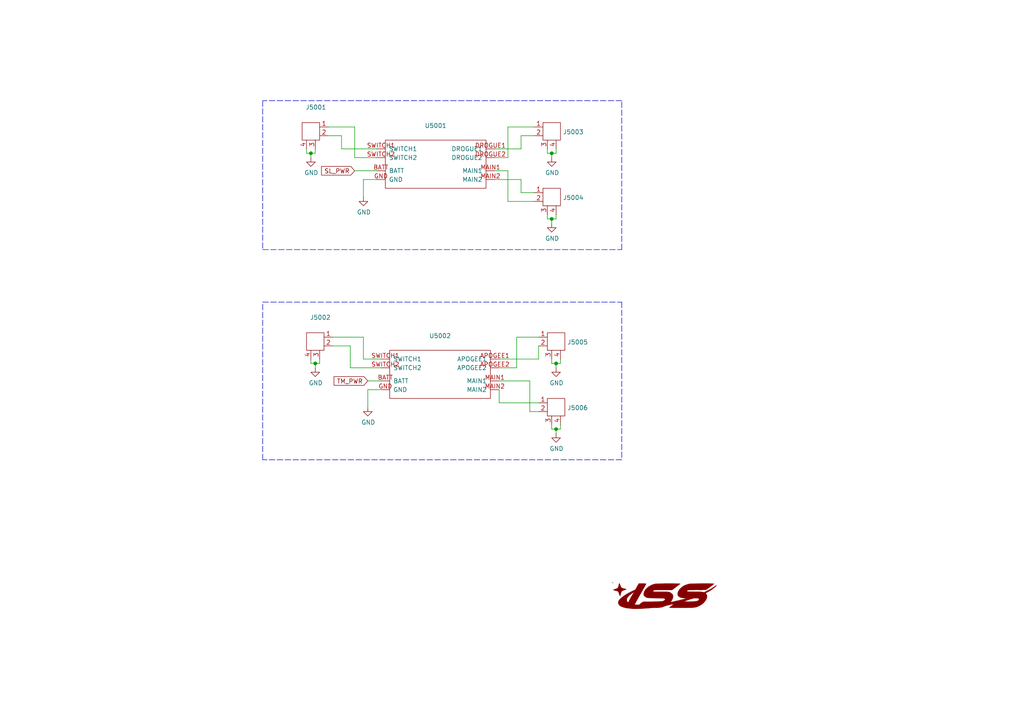
<source format=kicad_sch>
(kicad_sch (version 20211123) (generator eeschema)
  (paper "A4")
  (title_block (title "TARS-MK1") (company "ILLINOIS SPACE SOCIETY"))
  (lib_symbols
    (symbol "505575-0271:505575-0271" (pin_names (offset 1.016))
      (property "Reference" "J" (at 0 3.81 0))
      (property "Value" "505575-0271" (at 0 1.27 0))
      (symbol "505575-0271_0_1"
        (rectangle (start -2.54 0) (end 2.54 -5.08))
      )
      (symbol "505575-0271_1_1"
        (pin input line (at -5.08 -1.27 0) (length 2.54) (name "~") (number "1"))
        (pin input line (at -5.08 -3.81 0) (length 2.54) (name "~") (number "2"))
        (pin input line (at -1.27 -7.62 90) (length 2.54) (name "~") (number "3"))
        (pin input line (at 1.27 -7.62 90) (length 2.54) (name "~") (number "4"))
      )
    )
    (symbol "ISS_LOGO:LOGO" (pin_names (offset 1.016))
      (symbol "LOGO_0_0"
        (polyline (pts (xy -15.2654 3.6322) (xy -15.2654 3.8354) (xy -15.2908 3.8608) (xy -15.3162 3.7338) (xy -15.3162 3.6068) (xy -15.2654 3.6322)) (stroke (width 0.0254)) (fill (type outline)))
        (polyline (pts (xy -13.081 0.2032) (xy -12.954 0.6096) (xy -12.8778 0.9144) (xy -12.7762 1.1176) (xy -12.6746 1.27) (xy -12.5476 1.3462) (xy -12.3698 1.4224) (xy -12.1158 1.524) (xy -11.7348 1.651) (xy -11.5316 1.7272) (xy -11.43 1.7526) (xy -11.43 1.778) (xy -11.5062 1.8542) (xy -11.684 1.9304) (xy -11.938 1.9812) (xy -12.2174 2.0574) (xy -12.5222 2.1082) (xy -12.7254 2.2098) (xy -12.8778 2.3368) (xy -12.9794 2.54) (xy -13.081 2.8448) (xy -13.1318 2.921) (xy -13.2334 3.2258) (xy -13.3858 3.5306) (xy -13.4112 3.5052) (xy -13.4874 3.3782) (xy -13.5382 3.1496) (xy -13.6906 2.54) (xy -13.7668 2.3114) (xy -13.8684 2.1844) (xy -13.9954 2.0828) (xy -14.1986 2.0066) (xy -14.478 1.905) (xy -14.605 1.8542) (xy -14.8844 1.7526) (xy -15.0876 1.651) (xy -15.1638 1.6002) (xy -15.1384 1.6002) (xy -15.0114 1.5494) (xy -14.7828 1.4732) (xy -14.4526 1.397) (xy -13.7668 1.2192) (xy -13.5636 0.762) (xy -13.4874 0.5588) (xy -13.3858 0.2794) (xy -13.2842 0.0508) (xy -13.1826 -0.2032) (xy -13.081 0.2032)) (stroke (width 0.0254)) (fill (type outline)))
        (polyline (pts (xy -8.0264 -3.8354) (xy -7.3152 -3.81) (xy -6.5786 -3.7846) (xy -5.8166 -3.7338) (xy -5.1054 -3.683) (xy -4.826 -3.6576) (xy -4.2418 -3.6068) (xy -3.6322 -3.5814) (xy -3.0988 -3.556) (xy -2.3368 -3.556) (xy -1.5494 -3.4798) (xy -0.889 -3.3528) (xy -0.3556 -3.1242) (xy -0.1778 -3.0734) (xy 0.127 -2.9718) (xy 0.508 -2.8702) (xy 0.9398 -2.7686) (xy 0.9906 -2.7432) (xy 1.5494 -2.6162) (xy 2.1844 -2.4892) (xy 2.3114 -2.4892) (xy 2.3114 -2.54) (xy 2.2352 -2.6162) (xy 2.0574 -2.7686) (xy 1.778 -2.9464) (xy 1.5748 -3.1242) (xy 1.3208 -3.3274) (xy 1.1684 -3.4544) (xy 1.1176 -3.5306) (xy 1.6256 -3.5306) (xy 2.0574 -3.556) (xy 6.2738 -3.556) (xy 6.9342 -3.5306) (xy 7.4676 -3.5306) (xy 7.9248 -3.5052) (xy 8.2804 -3.4798) (xy 8.5852 -3.429) (xy 8.8392 -3.3782) (xy 9.0678 -3.302) (xy 9.3218 -3.2258) (xy 9.5504 -3.0988) (xy 9.8298 -2.9718) (xy 10.0076 -2.8956) (xy 10.5664 -2.54) (xy 11.049 -2.1336) (xy 11.43 -1.6764) (xy 11.7602 -1.2192) (xy 11.938 -0.762) (xy 12.0396 -0.3302) (xy 11.9888 0.0762) (xy 11.811 0.4064) (xy 11.5824 0.6858) (xy 12.1158 0.9398) (xy 12.2682 1.016) (xy 13.0556 1.4732) (xy 13.7414 1.9558) (xy 14.3256 2.4384) (xy 14.605 2.7178) (xy 14.7574 2.8956) (xy 14.8082 2.9718) (xy 14.7828 2.9718) (xy 14.6558 2.8956) (xy 14.4272 2.7686) (xy 14.1478 2.5654) (xy 14.097 2.5146) (xy 13.7414 2.286) (xy 13.3096 2.0066) (xy 12.827 1.7272) (xy 12.3444 1.4986) (xy 11.2014 0.9144) (xy 10.7188 1.016) (xy 10.6172 1.016) (xy 10.3378 1.0414) (xy 9.906 1.0668) (xy 9.398 1.0922) (xy 8.2296 1.0922) (xy 7.8994 1.1176) (xy 6.9088 1.1176) (xy 6.5532 1.143) (xy 6.3246 1.143) (xy 6.223 1.1684) (xy 6.223 1.27) (xy 6.2992 1.4224) (xy 6.3754 1.4986) (xy 6.4516 1.5494) (xy 6.5532 1.5748) (xy 6.7056 1.5748) (xy 6.9596 1.6002) (xy 8.3312 1.6002) (xy 9.0678 1.6256) (xy 9.7536 1.6002) (xy 10.3378 1.6002) (xy 10.8204 1.6256) (xy 11.2014 1.6256) (xy 11.4808 1.651) (xy 11.7348 1.7018) (xy 11.938 1.778) (xy 12.1158 1.905) (xy 12.319 2.032) (xy 12.573 2.2352) (xy 13.081 2.6162) (xy 13.4112 2.8702) (xy 13.6652 3.048) (xy 13.8176 3.175) (xy 13.843 3.2004) (xy 13.9954 3.3274) (xy 14.0462 3.4036) (xy 14.0462 3.429) (xy 13.8938 3.429) (xy 13.6144 3.4544) (xy 13.208 3.4544) (xy 12.7254 3.4798) (xy 10.16 3.4798) (xy 9.4996 3.4544) (xy 8.8646 3.4544) (xy 8.255 3.429) (xy 7.747 3.429) (xy 7.3152 3.4036) (xy 6.985 3.3782) (xy 6.8072 3.3528) (xy 5.9944 3.1242) (xy 5.207 2.7686) (xy 4.572 2.3114) (xy 4.0386 1.778) (xy 3.683 1.1684) (xy 3.5306 0.762) (xy 3.4798 0.381) (xy 3.556 0.0762) (xy 3.7338 -0.1778) (xy 4.0132 -0.4064) (xy 4.3688 -0.5842) (xy 4.826 -0.6858) (xy 5.461 -0.762) (xy 6.2992 -0.8128) (xy 5.588 -0.9906) (xy 5.4102 -1.0414) (xy 5.08 -1.1176) (xy 4.6482 -1.2192) (xy 4.1656 -1.3462) (xy 3.6576 -1.4732) (xy 3.1496 -1.5748) (xy 2.6416 -1.7018) (xy 2.54 -1.7272) (xy 5.334 -1.7272) (xy 5.3594 -1.6764) (xy 5.461 -1.651) (xy 6.0706 -1.4478) (xy 6.7056 -1.2446) (xy 7.1882 -1.0668) (xy 7.5946 -0.9652) (xy 7.9248 -0.8636) (xy 8.1534 -0.8128) (xy 8.382 -0.7874) (xy 8.5598 -0.762) (xy 9.0678 -0.762) (xy 9.4488 -0.8128) (xy 9.652 -0.9398) (xy 9.7282 -1.0922) (xy 9.7028 -1.1938) (xy 9.5504 -1.397) (xy 9.2456 -1.5748) (xy 8.89 -1.6764) (xy 8.8646 -1.6764) (xy 8.6614 -1.7018) (xy 8.3058 -1.7272) (xy 7.8486 -1.7526) (xy 7.3406 -1.7526) (xy 6.7818 -1.778) (xy 6.223 -1.7526) (xy 5.5372 -1.7526) (xy 5.3848 -1.7272) (xy 5.334 -1.7272) (xy 2.54 -1.7272) (xy 2.2098 -1.8034) (xy 1.8542 -1.8796) (xy 1.6256 -1.9304) (xy 1.4986 -1.9304) (xy 1.4986 -1.905) (xy 1.6002 -1.7272) (xy 1.7272 -1.524) (xy 1.9304 -1.1684) (xy 2.1336 -0.6604) (xy 2.1844 -0.2032) (xy 2.0828 0.2286) (xy 1.8034 0.5588) (xy 1.397 0.8382) (xy 1.3208 0.889) (xy 1.0668 0.9906) (xy 0.9144 1.016) (xy 0.6858 1.0414) (xy 0.4064 1.0668) (xy -0.4826 1.0668) (xy -1.143 1.0922) (xy -3.048 1.0922) (xy -3.3274 1.1176) (xy -3.4544 1.1176) (xy -3.6068 1.143) (xy -3.6322 1.27) (xy -3.5052 1.4478) (xy -3.4544 1.4986) (xy -3.3782 1.524) (xy -3.2766 1.5494) (xy -3.0988 1.5748) (xy -2.8702 1.6002) (xy 1.8796 1.6002) (xy 2.54 2.0828) (xy 2.6162 2.159) (xy 3.3782 2.7178) (xy 3.7084 2.9718) (xy 3.7592 2.9972) (xy 3.9878 3.2004) (xy 4.1656 3.3274) (xy 4.2164 3.4036) (xy 4.2164 3.429) (xy 4.0894 3.429) (xy 3.81 3.4544) (xy 2.8956 3.4544) (xy 2.286 3.4798) (xy -0.1016 3.4798) (xy -0.889 3.4544) (xy -1.5494 3.4544) (xy -2.0828 3.429) (xy -2.54 3.4036) (xy -2.921 3.3782) (xy -3.2512 3.302) (xy -3.5052 3.2512) (xy -3.7846 3.1496) (xy -4.0386 3.048) (xy -4.3434 2.8956) (xy -4.9784 2.5146) (xy -5.4864 2.0828) (xy -5.9182 1.6002) (xy -6.1976 1.0922) (xy -6.3246 0.5588) (xy -6.3246 0.2794) (xy -6.2484 -0.0254) (xy -6.0198 -0.2794) (xy -5.6388 -0.5334) (xy -5.5626 -0.5588) (xy -5.3086 -0.6604) (xy -5.1308 -0.6858) (xy -4.8768 -0.7112) (xy -4.5466 -0.7112) (xy -4.1148 -0.7366) (xy -3.5306 -0.7366) (xy -2.8194 -0.762) (xy -2.159 -0.762) (xy -1.5748 -0.7874) (xy -1.1176 -0.7874) (xy -0.762 -0.8128) (xy -0.5334 -0.8382) (xy -0.381 -0.8636) (xy -0.2794 -0.889) (xy -0.2032 -0.9398) (xy -0.1778 -0.9652) (xy -0.127 -1.0922) (xy -0.1778 -1.2446) (xy -0.381 -1.4478) (xy -0.5842 -1.5748) (xy -0.6604 -1.6002) (xy -0.762 -1.651) (xy -0.9144 -1.6764) (xy -1.143 -1.7018) (xy -1.4224 -1.7272) (xy -1.8034 -1.7272) (xy -2.3114 -1.7526) (xy -2.9464 -1.7526) (xy -3.7338 -1.778) (xy -6.5532 -1.8288) (xy -7.1374 -2.2606) (xy -7.7216 -2.7178) (xy -8.3058 -2.6924) (xy -8.6106 -2.667) (xy -8.8392 -2.6416) (xy -8.9408 -2.6162) (xy -8.9408 -2.5908) (xy -8.9154 -2.5146) (xy -8.8646 -2.413) (xy -8.763 -2.2352) (xy -8.636 -1.9812) (xy -8.4582 -1.651) (xy -8.2296 -1.2446) (xy -7.9248 -0.7112) (xy -7.5946 -0.1016) (xy -7.1628 0.635) (xy -6.6802 1.4986) (xy -6.096 2.5146) (xy -5.9182 2.8448) (xy -5.7658 3.1242) (xy -5.6896 3.3274) (xy -5.6642 3.429) (xy -5.7658 3.4544) (xy -5.9944 3.4544) (xy -6.3246 3.4798) (xy -7.747 3.4798) (xy -8.255 2.5908) (xy -8.763 1.6764) (xy -9.9568 1.1176) (xy -10.541 0.8128) (xy -11.3284 0.381) (xy -12.0142 -0.0762) (xy -12.6238 -0.508) (xy -13.081 -0.9144) (xy -13.3858 -1.2446) (xy -11.2522 -1.2446) (xy -11.2268 -1.016) (xy -11.0998 -0.635) (xy -10.795 -0.254) (xy -10.3632 0.1524) (xy -9.779 0.5842) (xy -9.6266 0.6858) (xy -9.3726 0.8636) (xy -9.2202 0.9144) (xy -9.1694 0.9144) (xy -9.3218 0.6604) (xy -9.4742 0.4318) (xy -9.6774 0.1016) (xy -9.8806 -0.254) (xy -10.0584 -0.5588) (xy -10.2616 -0.9652) (xy -10.4648 -1.3208) (xy -10.5918 -1.6002) (xy -10.8458 -2.032) (xy -11.1252 -1.7526) (xy -11.2268 -1.524) (xy -11.2522 -1.2446) (xy -13.3858 -1.2446) (xy -13.4366 -1.2954) (xy -13.6398 -1.651) (xy -13.6906 -1.778) (xy -13.716 -2.2098) (xy -13.589 -2.5654) (xy -13.3096 -2.8956) (xy -12.8778 -3.175) (xy -12.2682 -3.4036) (xy -11.5062 -3.6068) (xy -10.5664 -3.7338) (xy -9.4742 -3.8354) (xy -9.144 -3.8608) (xy -8.636 -3.8608) (xy -8.0264 -3.8354)) (stroke (width 0.0254)) (fill (type outline)))
      )
    )
    (symbol "StratoLoggerCF:StratoLoggerCF" (pin_names (offset 1.016))
      (property "Reference" "U" (at -11.43 1.27 0))
      (property "Value" "StratoLoggerCF" (at 7.62 1.27 0))
      (symbol "StratoLoggerCF_0_1"
        (rectangle (start -13.97 0) (end 15.24 -13.97))
      )
      (symbol "StratoLoggerCF_1_1"
        (pin input line (at -16.51 -8.89 0) (length 2.54) (name "BATT") (number "BATT"))
        (pin input line (at 17.78 -2.54 180) (length 2.54) (name "DROGUE1") (number "DROGUE1"))
        (pin input line (at 17.78 -5.08 180) (length 2.54) (name "DROGUE2") (number "DROGUE2"))
        (pin input line (at -16.51 -11.43 0) (length 2.54) (name "GND") (number "GND"))
        (pin input line (at 17.78 -8.89 180) (length 2.54) (name "MAIN1") (number "MAIN1"))
        (pin input line (at 17.78 -11.43 180) (length 2.54) (name "MAIN2") (number "MAIN2"))
        (pin input line (at -16.51 -2.54 0) (length 2.54) (name "SWITCH1") (number "SWITCH1"))
        (pin input line (at -16.51 -5.08 0) (length 2.54) (name "SWITCH2") (number "SWITCH2"))
      )
    )
    (symbol "Telemetrum:Telemetrum" (pin_names (offset 1.016))
      (property "Reference" "U" (at -11.43 1.27 0))
      (property "Value" "Telemetrum" (at 7.62 1.27 0))
      (symbol "Telemetrum_1_1"
        (rectangle (start -13.97 0) (end 15.24 -13.97))
        (pin input line (at 17.78 -2.54 180) (length 2.54) (name "APOGEE1") (number "APOGEE1"))
        (pin input line (at 17.78 -5.08 180) (length 2.54) (name "APOGEE2") (number "APOGEE2"))
        (pin input line (at -16.51 -8.89 0) (length 2.54) (name "BATT") (number "BATT"))
        (pin input line (at -16.51 -11.43 0) (length 2.54) (name "GND") (number "GND"))
        (pin input line (at 17.78 -8.89 180) (length 2.54) (name "MAIN1") (number "MAIN1"))
        (pin input line (at 17.78 -11.43 180) (length 2.54) (name "MAIN2") (number "MAIN2"))
        (pin input line (at -16.51 -2.54 0) (length 2.54) (name "SWITCH1") (number "SWITCH1"))
        (pin input line (at -16.51 -5.08 0) (length 2.54) (name "SWITCH2") (number "SWITCH2"))
      )
    )
    (symbol "power:GND" (power) (pin_names (offset 0))
      (property "Value" "GND" (at 0 -3.81 0))
      (symbol "GND_0_1"
        (polyline (pts (xy 0 0) (xy 0 -1.27) (xy 1.27 -1.27) (xy 0 -2.54) (xy -1.27 -1.27) (xy 0 -1.27)))
      )
      (symbol "GND_1_1"
        (pin power_in line (at 0 0 270) (length 0) hide (name "GND") (number "1"))
      )
    )
  )
  (junction (at 161.29 124.46))
  (junction (at 160.02 44.45))
  (junction (at 160.02 63.5))
  (junction (at 91.44 105.41))
  (junction (at 161.29 105.41))
  (junction (at 90.17 44.45))
  (wire (pts (xy 160.02 63.5) (xy 160.02 64.77)))
  (wire (pts (xy 160.02 44.45) (xy 160.02 45.72)))
  (wire (pts (xy 158.75 44.45) (xy 160.02 44.45)))
  (wire (pts (xy 105.41 52.07) (xy 105.41 57.15)))
  (polyline (pts (xy 180.34 133.35) (xy 76.2 133.35)))
  (wire (pts (xy 147.32 36.83) (xy 147.32 45.72)))
  (wire (pts (xy 161.29 124.46) (xy 161.29 125.73)))
  (wire (pts (xy 147.32 49.53) (xy 147.32 58.42)))
  (wire (pts (xy 143.51 43.18) (xy 151.13 43.18)))
  (wire (pts (xy 160.02 105.41) (xy 161.29 105.41)))
  (wire (pts (xy 102.87 36.83) (xy 95.25 36.83)))
  (wire (pts (xy 153.67 110.49) (xy 153.67 119.38)))
  (wire (pts (xy 158.75 43.18) (xy 158.75 44.45)))
  (wire (pts (xy 154.94 36.83) (xy 147.32 36.83)))
  (wire (pts (xy 96.52 100.33) (xy 101.6 100.33)))
  (wire (pts (xy 160.02 124.46) (xy 161.29 124.46)))
  (wire (pts (xy 161.29 105.41) (xy 161.29 106.68)))
  (wire (pts (xy 109.22 52.07) (xy 105.41 52.07)))
  (wire (pts (xy 149.86 106.68) (xy 144.78 106.68)))
  (wire (pts (xy 110.49 113.03) (xy 106.68 113.03)))
  (wire (pts (xy 153.67 119.38) (xy 156.21 119.38)))
  (wire (pts (xy 147.32 45.72) (xy 143.51 45.72)))
  (wire (pts (xy 162.56 105.41) (xy 162.56 104.14)))
  (wire (pts (xy 161.29 105.41) (xy 162.56 105.41)))
  (wire (pts (xy 105.41 97.79) (xy 96.52 97.79)))
  (wire (pts (xy 144.78 113.03) (xy 144.78 116.84)))
  (wire (pts (xy 160.02 44.45) (xy 161.29 44.45)))
  (wire (pts (xy 162.56 124.46) (xy 162.56 123.19)))
  (wire (pts (xy 101.6 100.33) (xy 101.6 106.68)))
  (wire (pts (xy 160.02 123.19) (xy 160.02 124.46)))
  (wire (pts (xy 106.68 113.03) (xy 106.68 118.11)))
  (wire (pts (xy 91.44 106.68) (xy 91.44 105.41)))
  (polyline (pts (xy 76.2 87.63) (xy 180.34 87.63)))
  (wire (pts (xy 88.9 43.18) (xy 88.9 44.45)))
  (wire (pts (xy 144.78 116.84) (xy 156.21 116.84)))
  (wire (pts (xy 160.02 104.14) (xy 160.02 105.41)))
  (wire (pts (xy 102.87 49.53) (xy 109.22 49.53)))
  (wire (pts (xy 144.78 110.49) (xy 153.67 110.49)))
  (wire (pts (xy 151.13 43.18) (xy 151.13 39.37)))
  (wire (pts (xy 91.44 44.45) (xy 91.44 43.18)))
  (wire (pts (xy 144.78 104.14) (xy 156.21 104.14)))
  (wire (pts (xy 161.29 124.46) (xy 162.56 124.46)))
  (wire (pts (xy 160.02 63.5) (xy 161.29 63.5)))
  (wire (pts (xy 101.6 106.68) (xy 110.49 106.68)))
  (polyline (pts (xy 76.2 29.21) (xy 76.2 72.39)))
  (wire (pts (xy 161.29 44.45) (xy 161.29 43.18)))
  (wire (pts (xy 147.32 58.42) (xy 154.94 58.42)))
  (wire (pts (xy 143.51 52.07) (xy 151.13 52.07)))
  (wire (pts (xy 143.51 49.53) (xy 147.32 49.53)))
  (wire (pts (xy 90.17 104.14) (xy 90.17 105.41)))
  (wire (pts (xy 99.06 39.37) (xy 95.25 39.37)))
  (wire (pts (xy 149.86 97.79) (xy 149.86 106.68)))
  (polyline (pts (xy 76.2 72.39) (xy 180.34 72.39)))
  (polyline (pts (xy 180.34 87.63) (xy 180.34 133.35)))
  (wire (pts (xy 158.75 62.23) (xy 158.75 63.5)))
  (wire (pts (xy 91.44 105.41) (xy 92.71 105.41)))
  (polyline (pts (xy 180.34 72.39) (xy 180.34 29.21)))
  (wire (pts (xy 90.17 44.45) (xy 91.44 44.45)))
  (wire (pts (xy 106.68 110.49) (xy 110.49 110.49)))
  (wire (pts (xy 151.13 52.07) (xy 151.13 55.88)))
  (wire (pts (xy 151.13 39.37) (xy 154.94 39.37)))
  (wire (pts (xy 99.06 43.18) (xy 99.06 39.37)))
  (wire (pts (xy 90.17 105.41) (xy 91.44 105.41)))
  (wire (pts (xy 151.13 55.88) (xy 154.94 55.88)))
  (wire (pts (xy 109.22 43.18) (xy 99.06 43.18)))
  (wire (pts (xy 88.9 44.45) (xy 90.17 44.45)))
  (wire (pts (xy 161.29 63.5) (xy 161.29 62.23)))
  (wire (pts (xy 156.21 100.33) (xy 156.21 104.14)))
  (wire (pts (xy 92.71 105.41) (xy 92.71 104.14)))
  (wire (pts (xy 158.75 63.5) (xy 160.02 63.5)))
  (wire (pts (xy 109.22 45.72) (xy 102.87 45.72)))
  (wire (pts (xy 105.41 104.14) (xy 105.41 97.79)))
  (polyline (pts (xy 76.2 133.35) (xy 76.2 87.63)))
  (wire (pts (xy 90.17 45.72) (xy 90.17 44.45)))
  (wire (pts (xy 110.49 104.14) (xy 105.41 104.14)))
  (wire (pts (xy 102.87 45.72) (xy 102.87 36.83)))
  (wire (pts (xy 156.21 97.79) (xy 149.86 97.79)))
  (polyline (pts (xy 180.34 29.21) (xy 76.2 29.21)))
  (global_label "TM_PWR" (shape input) (at 106.68 110.49 180) (property "Intersheet References" "${INTERSHEET_REFS}" (effects hide)))
  (global_label "SL_PWR" (shape input) (at 102.87 49.53 180) (property "Intersheet References" "${INTERSHEET_REFS}" (effects hide)))
  (symbol (lib_id "ISS_LOGO:LOGO") (at 193.04 172.72 0) (unit 1)
    (property "Reference" "#G5001" (effects hide))
  )
  (symbol (lib_id "StratoLoggerCF:StratoLoggerCF") (at 125.73 40.64 0) (unit 1)
    (property "Reference" "U5001" (at 126.365 36.449 0))
  )
  (symbol (lib_id "power:GND") (at 105.41 57.15 0) (unit 1)
    (property "Reference" "#PWR05001" (effects hide))
  )
  (symbol (lib_id "power:GND") (at 106.68 118.11 0) (unit 1)
    (property "Reference" "#PWR05002" (effects hide))
  )
  (symbol (lib_id "power:GND") (at 161.29 125.73 0) (unit 1)
    (property "Reference" "#PWR05008" (effects hide))
  )
  (symbol (lib_id "power:GND") (at 161.29 106.68 0) (unit 1)
    (property "Reference" "#PWR05007" (effects hide))
  )
  (symbol (lib_id "power:GND") (at 91.44 106.68 0) (unit 1)
    (property "Reference" "#PWR05004" (effects hide))
  )
  (symbol (lib_id "power:GND") (at 160.02 64.77 0) (unit 1)
    (property "Reference" "#PWR05006" (effects hide))
  )
  (symbol (lib_id "power:GND") (at 160.02 45.72 0) (unit 1)
    (property "Reference" "#PWR05005" (effects hide))
  )
  (symbol (lib_id "power:GND") (at 90.17 45.72 0) (unit 1)
    (property "Reference" "#PWR05003" (effects hide))
  )
  (symbol (lib_id "505575-0271:505575-0271") (at 161.29 96.52 0) (unit 1)
    (property "Reference" "J5005" (at 164.5412 99.2378 0) (effects (justify left)))
  )
  (symbol (lib_id "505575-0271:505575-0271") (at 161.29 115.57 0) (unit 1)
    (property "Reference" "J5006" (at 164.5412 118.2878 0) (effects (justify left)))
  )
  (symbol (lib_id "505575-0271:505575-0271") (at 160.02 54.61 0) (unit 1)
    (property "Reference" "J5004" (at 163.2712 57.3278 0) (effects (justify left)))
  )
  (symbol (lib_id "505575-0271:505575-0271") (at 160.02 35.56 0) (unit 1)
    (property "Reference" "J5003" (at 163.2712 38.2778 0) (effects (justify left)))
  )
  (symbol (lib_id "505575-0271:505575-0271") (at 90.17 35.56 0) (mirror y) (unit 1)
    (property "Reference" "J5001" (at 91.6432 31.115 0))
  )
  (symbol (lib_id "505575-0271:505575-0271") (at 91.44 96.52 0) (mirror y) (unit 1)
    (property "Reference" "J5002" (at 92.9132 92.075 0))
  )
  (symbol (lib_id "Telemetrum:Telemetrum") (at 127 101.6 0) (unit 1)
    (property "Reference" "U5002" (at 127.635 97.409 0))
  )
)
</source>
